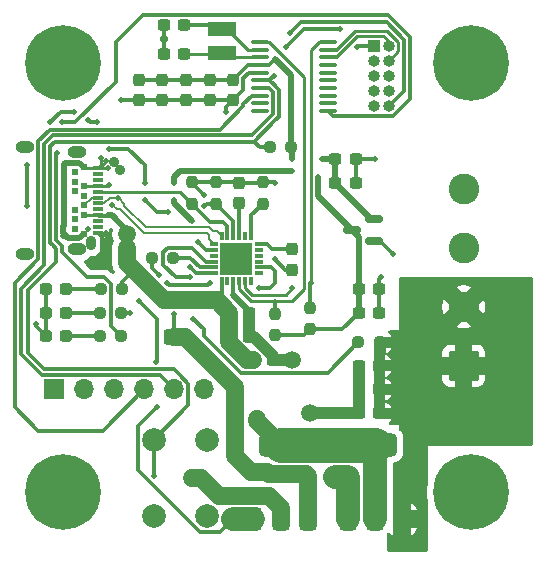
<source format=gbr>
%TF.GenerationSoftware,KiCad,Pcbnew,9.0.0*%
%TF.CreationDate,2025-07-24T15:18:36-04:00*%
%TF.ProjectId,USB_C_Simple_Trig,5553425f-435f-4536-996d-706c655f5472,rev?*%
%TF.SameCoordinates,Original*%
%TF.FileFunction,Copper,L1,Top*%
%TF.FilePolarity,Positive*%
%FSLAX46Y46*%
G04 Gerber Fmt 4.6, Leading zero omitted, Abs format (unit mm)*
G04 Created by KiCad (PCBNEW 9.0.0) date 2025-07-24 15:18:36*
%MOMM*%
%LPD*%
G01*
G04 APERTURE LIST*
G04 Aperture macros list*
%AMRoundRect*
0 Rectangle with rounded corners*
0 $1 Rounding radius*
0 $2 $3 $4 $5 $6 $7 $8 $9 X,Y pos of 4 corners*
0 Add a 4 corners polygon primitive as box body*
4,1,4,$2,$3,$4,$5,$6,$7,$8,$9,$2,$3,0*
0 Add four circle primitives for the rounded corners*
1,1,$1+$1,$2,$3*
1,1,$1+$1,$4,$5*
1,1,$1+$1,$6,$7*
1,1,$1+$1,$8,$9*
0 Add four rect primitives between the rounded corners*
20,1,$1+$1,$2,$3,$4,$5,0*
20,1,$1+$1,$4,$5,$6,$7,0*
20,1,$1+$1,$6,$7,$8,$9,0*
20,1,$1+$1,$8,$9,$2,$3,0*%
G04 Aperture macros list end*
%TA.AperFunction,SMDPad,CuDef*%
%ADD10RoundRect,0.237500X-0.287500X-0.237500X0.287500X-0.237500X0.287500X0.237500X-0.287500X0.237500X0*%
%TD*%
%TA.AperFunction,SMDPad,CuDef*%
%ADD11RoundRect,0.237500X-0.250000X-0.237500X0.250000X-0.237500X0.250000X0.237500X-0.250000X0.237500X0*%
%TD*%
%TA.AperFunction,SMDPad,CuDef*%
%ADD12RoundRect,0.237500X-0.300000X-0.237500X0.300000X-0.237500X0.300000X0.237500X-0.300000X0.237500X0*%
%TD*%
%TA.AperFunction,ComponentPad*%
%ADD13R,1.000000X1.000000*%
%TD*%
%TA.AperFunction,ComponentPad*%
%ADD14O,1.000000X1.000000*%
%TD*%
%TA.AperFunction,SMDPad,CuDef*%
%ADD15RoundRect,0.237500X0.300000X0.237500X-0.300000X0.237500X-0.300000X-0.237500X0.300000X-0.237500X0*%
%TD*%
%TA.AperFunction,SMDPad,CuDef*%
%ADD16RoundRect,0.237500X0.250000X0.237500X-0.250000X0.237500X-0.250000X-0.237500X0.250000X-0.237500X0*%
%TD*%
%TA.AperFunction,ComponentPad*%
%ADD17C,6.400000*%
%TD*%
%TA.AperFunction,SMDPad,CuDef*%
%ADD18RoundRect,0.375000X0.375000X-0.625000X0.375000X0.625000X-0.375000X0.625000X-0.375000X-0.625000X0*%
%TD*%
%TA.AperFunction,SMDPad,CuDef*%
%ADD19RoundRect,0.500000X1.400000X-0.500000X1.400000X0.500000X-1.400000X0.500000X-1.400000X-0.500000X0*%
%TD*%
%TA.AperFunction,SMDPad,CuDef*%
%ADD20RoundRect,0.237500X-0.237500X0.300000X-0.237500X-0.300000X0.237500X-0.300000X0.237500X0.300000X0*%
%TD*%
%TA.AperFunction,ComponentPad*%
%ADD21C,2.000000*%
%TD*%
%TA.AperFunction,ComponentPad*%
%ADD22O,1.600200X1.016000*%
%TD*%
%TA.AperFunction,ComponentPad*%
%ADD23O,0.914400X1.193800*%
%TD*%
%TA.AperFunction,SMDPad,CuDef*%
%ADD24R,0.889000X0.304800*%
%TD*%
%TA.AperFunction,ComponentPad*%
%ADD25C,0.609600*%
%TD*%
%TA.AperFunction,ComponentPad*%
%ADD26RoundRect,0.250000X1.050000X-1.050000X1.050000X1.050000X-1.050000X1.050000X-1.050000X-1.050000X0*%
%TD*%
%TA.AperFunction,ComponentPad*%
%ADD27C,2.600000*%
%TD*%
%TA.AperFunction,SMDPad,CuDef*%
%ADD28RoundRect,0.100000X-0.637500X-0.100000X0.637500X-0.100000X0.637500X0.100000X-0.637500X0.100000X0*%
%TD*%
%TA.AperFunction,SMDPad,CuDef*%
%ADD29RoundRect,0.237500X0.237500X-0.250000X0.237500X0.250000X-0.237500X0.250000X-0.237500X-0.250000X0*%
%TD*%
%TA.AperFunction,ComponentPad*%
%ADD30R,1.700000X1.700000*%
%TD*%
%TA.AperFunction,ComponentPad*%
%ADD31O,1.700000X1.700000*%
%TD*%
%TA.AperFunction,SMDPad,CuDef*%
%ADD32RoundRect,0.237500X-0.237500X0.250000X-0.237500X-0.250000X0.237500X-0.250000X0.237500X0.250000X0*%
%TD*%
%TA.AperFunction,SMDPad,CuDef*%
%ADD33RoundRect,0.237500X0.237500X-0.300000X0.237500X0.300000X-0.237500X0.300000X-0.237500X-0.300000X0*%
%TD*%
%TA.AperFunction,SMDPad,CuDef*%
%ADD34R,2.387600X1.193800*%
%TD*%
%TA.AperFunction,SMDPad,CuDef*%
%ADD35RoundRect,0.250000X-0.625000X0.400000X-0.625000X-0.400000X0.625000X-0.400000X0.625000X0.400000X0*%
%TD*%
%TA.AperFunction,SMDPad,CuDef*%
%ADD36R,0.300000X0.750000*%
%TD*%
%TA.AperFunction,SMDPad,CuDef*%
%ADD37R,0.750000X0.300000*%
%TD*%
%TA.AperFunction,SMDPad,CuDef*%
%ADD38R,2.700000X2.700000*%
%TD*%
%TA.AperFunction,SMDPad,CuDef*%
%ADD39RoundRect,0.150000X0.587500X0.150000X-0.587500X0.150000X-0.587500X-0.150000X0.587500X-0.150000X0*%
%TD*%
%TA.AperFunction,ViaPad*%
%ADD40C,0.500000*%
%TD*%
%TA.AperFunction,ViaPad*%
%ADD41C,1.500000*%
%TD*%
%TA.AperFunction,ViaPad*%
%ADD42C,0.900000*%
%TD*%
%TA.AperFunction,ViaPad*%
%ADD43C,0.700000*%
%TD*%
%TA.AperFunction,Conductor*%
%ADD44C,0.300000*%
%TD*%
%TA.AperFunction,Conductor*%
%ADD45C,0.254000*%
%TD*%
%TA.AperFunction,Conductor*%
%ADD46C,0.500000*%
%TD*%
%TA.AperFunction,Conductor*%
%ADD47C,1.000000*%
%TD*%
%TA.AperFunction,Conductor*%
%ADD48C,0.550000*%
%TD*%
%TA.AperFunction,Conductor*%
%ADD49C,1.500000*%
%TD*%
%TA.AperFunction,Conductor*%
%ADD50C,2.000000*%
%TD*%
%TA.AperFunction,Conductor*%
%ADD51C,3.000000*%
%TD*%
%TA.AperFunction,Conductor*%
%ADD52C,0.200000*%
%TD*%
%TA.AperFunction,Conductor*%
%ADD53C,0.150000*%
%TD*%
G04 APERTURE END LIST*
D10*
%TO.P,D2,1,K*%
%TO.N,GND*%
X121625000Y-108500000D03*
%TO.P,D2,2,A*%
%TO.N,Net-(D2-A)*%
X123375000Y-108500000D03*
%TD*%
D11*
%TO.P,R9,1*%
%TO.N,Net-(D3-A)*%
X126175000Y-112500000D03*
%TO.P,R9,2*%
%TO.N,/MCU/STATUS_LED*%
X128000000Y-112500000D03*
%TD*%
D12*
%TO.P,C4,1*%
%TO.N,VBUS*%
X139137500Y-114500000D03*
%TO.P,C4,2*%
%TO.N,GND*%
X140862500Y-114500000D03*
%TD*%
%TO.P,C2,1*%
%TO.N,VBUS*%
X137137500Y-110500000D03*
%TO.P,C2,2*%
%TO.N,GND*%
X138862500Y-110500000D03*
%TD*%
D13*
%TO.P,J4,1,VTref*%
%TO.N,+3V3*%
X149375000Y-87920000D03*
D14*
%TO.P,J4,2,SWDIO/TMS*%
%TO.N,/MCU/SWDIO*%
X150645000Y-87920000D03*
%TO.P,J4,3,GND*%
%TO.N,GND*%
X149375000Y-89190000D03*
%TO.P,J4,4,SWCLK/TCK*%
%TO.N,/MCU/SWCLK*%
X150645000Y-89190000D03*
%TO.P,J4,5,GND*%
%TO.N,GND*%
X149375000Y-90460000D03*
%TO.P,J4,6,SWO/TDO*%
%TO.N,unconnected-(J4-SWO{slash}TDO-Pad6)*%
X150645000Y-90460000D03*
%TO.P,J4,7,KEY*%
%TO.N,unconnected-(J4-KEY-Pad7)*%
X149375000Y-91730000D03*
%TO.P,J4,8,NC/TDI*%
%TO.N,unconnected-(J4-NC{slash}TDI-Pad8)*%
X150645000Y-91730000D03*
%TO.P,J4,9,GNDDetect*%
%TO.N,GND*%
X149375000Y-93000000D03*
%TO.P,J4,10,~{RESET}*%
%TO.N,/MCU/NRST*%
X150645000Y-93000000D03*
%TD*%
D15*
%TO.P,C9,1*%
%TO.N,VOUT*%
X149862500Y-117000000D03*
%TO.P,C9,2*%
%TO.N,GND*%
X148137500Y-117000000D03*
%TD*%
D16*
%TO.P,R2,1*%
%TO.N,VBUS*%
X128087500Y-108500000D03*
%TO.P,R2,2*%
%TO.N,Net-(D2-A)*%
X126262500Y-108500000D03*
%TD*%
D17*
%TO.P,H4,1,1*%
%TO.N,GND*%
X123100000Y-125700000D03*
%TD*%
D18*
%TO.P,Q2,1,D*%
%TO.N,Net-(Q1-D)*%
X149500000Y-128000000D03*
D19*
X149500000Y-121700000D03*
D18*
%TO.P,Q2,2,G*%
%TO.N,Net-(Q1-G)*%
X147200000Y-128000000D03*
%TO.P,Q2,3,S*%
%TO.N,VOUT*%
X151800000Y-128000000D03*
%TD*%
D20*
%TO.P,C21,1*%
%TO.N,+3V3*%
X137500000Y-90762500D03*
%TO.P,C21,2*%
%TO.N,GND*%
X137500000Y-92487500D03*
%TD*%
D21*
%TO.P,SW1,1,1*%
%TO.N,GND*%
X135250000Y-121250000D03*
X135250000Y-127750000D03*
%TO.P,SW1,2,2*%
%TO.N,/MCU/NRST*%
X130750000Y-121250000D03*
X130750000Y-127750000D03*
%TD*%
D11*
%TO.P,R12,1*%
%TO.N,Net-(Q1-G)*%
X130587500Y-105850000D03*
%TO.P,R12,2*%
%TO.N,/USB_C_IC/PWR_EN*%
X132412500Y-105850000D03*
%TD*%
D22*
%TO.P,J1,25*%
%TO.N,N/C*%
X124247400Y-96876201D03*
%TO.P,J1,26*%
X119847400Y-96516199D03*
%TO.P,J1,27*%
X124247400Y-105136199D03*
%TO.P,J1,28*%
X119847400Y-105496201D03*
D23*
%TO.P,J1,29*%
X125487400Y-104606200D03*
D24*
%TO.P,J1,A1,GND*%
%TO.N,GND*%
X126052400Y-98255507D03*
%TO.P,J1,A2,TX1+*%
%TO.N,unconnected-(J1-TX1+-PadA2)*%
X126052400Y-98755633D03*
%TO.P,J1,A3,TX1-*%
%TO.N,unconnected-(J1-TX1--PadA3)*%
X126052400Y-99255759D03*
%TO.P,J1,A4,VBUS*%
%TO.N,VBUS*%
X126052400Y-99755885D03*
%TO.P,J1,A5,CC1*%
%TO.N,/USB_C_IC/CC1*%
X126052400Y-100256011D03*
%TO.P,J1,A6,D+*%
%TO.N,/USB_C_IC/data_+*%
X126052400Y-100756137D03*
%TO.P,J1,A7,D-*%
%TO.N,/USB_C_IC/data_-*%
X126052400Y-101256263D03*
%TO.P,J1,A8,SBU1*%
%TO.N,unconnected-(J1-SBU1-PadA8)*%
X126052400Y-101756389D03*
%TO.P,J1,A9,VBUS*%
%TO.N,VBUS*%
X126052400Y-102256515D03*
%TO.P,J1,A10,RX2-*%
%TO.N,unconnected-(J1-RX2--PadA10)*%
X126052400Y-102756641D03*
%TO.P,J1,A11,RX2+*%
%TO.N,unconnected-(J1-RX2+-PadA11)*%
X126052400Y-103256767D03*
%TO.P,J1,A12,GND*%
%TO.N,GND*%
X126052400Y-103756893D03*
D25*
%TO.P,J1,B1,GND*%
X124837400Y-103806393D03*
%TO.P,J1,B2,TX2+*%
%TO.N,unconnected-(J1-TX2+-PadB2)*%
X124137400Y-103406267D03*
%TO.P,J1,B3,TX2-*%
%TO.N,unconnected-(J1-TX2--PadB3)*%
X124137400Y-102606141D03*
%TO.P,J1,B4,VBUS*%
%TO.N,VBUS*%
X124837400Y-102206015D03*
%TO.P,J1,B5,CC2*%
%TO.N,/USB_C_IC/CC2*%
X124137400Y-101781389D03*
%TO.P,J1,B6,D+*%
%TO.N,/USB_C_IC/data_+*%
X124837400Y-101418763D03*
%TO.P,J1,B7,D-*%
%TO.N,/USB_C_IC/data_-*%
X124837400Y-100618637D03*
%TO.P,J1,B8,SBU2*%
%TO.N,unconnected-(J1-SBU2-PadB8)*%
X124137400Y-100181011D03*
%TO.P,J1,B9,VBUS*%
%TO.N,VBUS*%
X124837400Y-99806385D03*
%TO.P,J1,B10,RX1-*%
%TO.N,unconnected-(J1-RX1--PadB10)*%
X124137400Y-99406259D03*
%TO.P,J1,B11,RX1+*%
%TO.N,unconnected-(J1-RX1+-PadB11)*%
X124137400Y-98606133D03*
%TO.P,J1,B12,GND*%
%TO.N,GND*%
X124837400Y-98206007D03*
%TD*%
D17*
%TO.P,H3,1,1*%
%TO.N,GND*%
X123100000Y-89400000D03*
%TD*%
D12*
%TO.P,C6,1*%
%TO.N,+5V*%
X148137500Y-110500000D03*
%TO.P,C6,2*%
%TO.N,GND*%
X149862500Y-110500000D03*
%TD*%
D26*
%TO.P,J2,1,Pin_1*%
%TO.N,VOUT*%
X157000000Y-115000000D03*
D27*
%TO.P,J2,2,Pin_2*%
X157000000Y-110000000D03*
%TO.P,J2,3,Pin_3*%
%TO.N,GND*%
X157000000Y-105000000D03*
%TO.P,J2,4,Pin_4*%
X157000000Y-100000000D03*
%TD*%
D28*
%TO.P,U5,1,PB7*%
%TO.N,/MCU/I2C_SDA*%
X139775000Y-87575000D03*
%TO.P,U5,2,PC14*%
%TO.N,/MCU/OSC_IN*%
X139775000Y-88225000D03*
%TO.P,U5,3,PC15*%
%TO.N,/MCU/OSC_OUT*%
X139775000Y-88875000D03*
%TO.P,U5,4,VDD*%
%TO.N,+3V3*%
X139775000Y-89525000D03*
%TO.P,U5,5,VSS*%
%TO.N,GND*%
X139775000Y-90175000D03*
%TO.P,U5,6,PF2*%
%TO.N,/MCU/NRST*%
X139775000Y-90825000D03*
%TO.P,U5,7,PA0*%
%TO.N,/MCU/UART_TX*%
X139775000Y-91475000D03*
%TO.P,U5,8,PA1*%
%TO.N,/MCU/UART_RX*%
X139775000Y-92125000D03*
%TO.P,U5,9,PA2*%
%TO.N,unconnected-(U5-PA2-Pad9)*%
X139775000Y-92775000D03*
%TO.P,U5,10,PA3*%
%TO.N,unconnected-(U5-PA3-Pad10)*%
X139775000Y-93425000D03*
%TO.P,U5,11,PA4*%
%TO.N,/MCU/STATUS_LED*%
X145500000Y-93425000D03*
%TO.P,U5,12,PA5*%
%TO.N,unconnected-(U5-PA5-Pad12)*%
X145500000Y-92775000D03*
%TO.P,U5,13,PA6*%
%TO.N,unconnected-(U5-PA6-Pad13)*%
X145500000Y-92125000D03*
%TO.P,U5,14,PA7*%
%TO.N,unconnected-(U5-PA7-Pad14)*%
X145500000Y-91475000D03*
%TO.P,U5,15,PA8*%
%TO.N,unconnected-(U5-PA8-Pad15)*%
X145500000Y-90825000D03*
%TO.P,U5,16,PA9/PA11*%
%TO.N,unconnected-(U5-PA9{slash}PA11-Pad16)*%
X145500000Y-90175000D03*
%TO.P,U5,17,PA10/PA12*%
%TO.N,unconnected-(U5-PA10{slash}PA12-Pad17)*%
X145500000Y-89525000D03*
%TO.P,U5,18,PA13*%
%TO.N,/MCU/SWDIO*%
X145500000Y-88875000D03*
%TO.P,U5,19,PA14*%
%TO.N,/MCU/SWCLK*%
X145500000Y-88225000D03*
%TO.P,U5,20,PB6*%
%TO.N,/MCU/I2C_SCL*%
X145500000Y-87575000D03*
%TD*%
D29*
%TO.P,R11,1*%
%TO.N,+5V*%
X141000000Y-112412500D03*
%TO.P,R11,2*%
%TO.N,/MCU/I2C_SDA*%
X141000000Y-110587500D03*
%TD*%
D12*
%TO.P,C3,1*%
%TO.N,VBUS*%
X137137500Y-112520000D03*
%TO.P,C3,2*%
%TO.N,GND*%
X138862500Y-112520000D03*
%TD*%
D18*
%TO.P,Q1,1,D*%
%TO.N,Net-(Q1-D)*%
X141500000Y-128000000D03*
D19*
X141500000Y-121700000D03*
D18*
%TO.P,Q1,2,G*%
%TO.N,Net-(Q1-G)*%
X139200000Y-128000000D03*
%TO.P,Q1,3,S*%
%TO.N,Net-(IC1-VCC)*%
X143800000Y-128000000D03*
%TD*%
D30*
%TO.P,J3,1,Pin_1*%
%TO.N,GND*%
X122340000Y-117000000D03*
D31*
%TO.P,J3,2,Pin_2*%
%TO.N,unconnected-(J3-Pin_2-Pad2)*%
X124880000Y-117000000D03*
%TO.P,J3,3,Pin_3*%
%TO.N,unconnected-(J3-Pin_3-Pad3)*%
X127420000Y-117000000D03*
%TO.P,J3,4,Pin_4*%
%TO.N,/MCU/UART_RX*%
X129960000Y-117000000D03*
%TO.P,J3,5,Pin_5*%
%TO.N,/MCU/UART_TX*%
X132500000Y-117000000D03*
%TO.P,J3,6,Pin_6*%
%TO.N,unconnected-(J3-Pin_6-Pad6)*%
X135040000Y-117000000D03*
%TD*%
D32*
%TO.P,R5,1*%
%TO.N,GND*%
X134000000Y-99437500D03*
%TO.P,R5,2*%
%TO.N,/USB_C_IC/CC1*%
X134000000Y-101262500D03*
%TD*%
D20*
%TO.P,C19,1*%
%TO.N,+3V3*%
X133500000Y-90762500D03*
%TO.P,C19,2*%
%TO.N,GND*%
X133500000Y-92487500D03*
%TD*%
D15*
%TO.P,C10,1*%
%TO.N,VOUT*%
X149862500Y-115000000D03*
%TO.P,C10,2*%
%TO.N,GND*%
X148137500Y-115000000D03*
%TD*%
D20*
%TO.P,C20,1*%
%TO.N,+3V3*%
X135500000Y-90762500D03*
%TO.P,C20,2*%
%TO.N,GND*%
X135500000Y-92487500D03*
%TD*%
%TO.P,C7,1*%
%TO.N,+1V8*%
X142500000Y-105137500D03*
%TO.P,C7,2*%
%TO.N,GND*%
X142500000Y-106862500D03*
%TD*%
D12*
%TO.P,C22,1*%
%TO.N,GND*%
X131637500Y-86125000D03*
%TO.P,C22,2*%
%TO.N,/MCU/OSC_IN*%
X133362500Y-86125000D03*
%TD*%
D33*
%TO.P,C1,1*%
%TO.N,Net-(IC1-IFB)*%
X138000000Y-101212500D03*
%TO.P,C1,2*%
%TO.N,GND*%
X138000000Y-99487500D03*
%TD*%
D12*
%TO.P,C25,1*%
%TO.N,+3V3*%
X146137500Y-97490000D03*
%TO.P,C25,2*%
%TO.N,GND*%
X147862500Y-97490000D03*
%TD*%
D29*
%TO.P,R6,1*%
%TO.N,Net-(IC1-OTP)*%
X140000000Y-101262500D03*
%TO.P,R6,2*%
%TO.N,GND*%
X140000000Y-99437500D03*
%TD*%
D12*
%TO.P,C23,1*%
%TO.N,GND*%
X131637500Y-88625000D03*
%TO.P,C23,2*%
%TO.N,/MCU/OSC_OUT*%
X133362500Y-88625000D03*
%TD*%
D10*
%TO.P,D1,1,K*%
%TO.N,GND*%
X121625000Y-110500000D03*
%TO.P,D1,2,A*%
%TO.N,Net-(D1-A)*%
X123375000Y-110500000D03*
%TD*%
D20*
%TO.P,C17,1*%
%TO.N,+3V3*%
X129500000Y-90762500D03*
%TO.P,C17,2*%
%TO.N,GND*%
X129500000Y-92487500D03*
%TD*%
D17*
%TO.P,H1,1,1*%
%TO.N,GND*%
X157600000Y-89400000D03*
%TD*%
%TO.P,H2,1,1*%
%TO.N,GND*%
X157600000Y-125700000D03*
%TD*%
D32*
%TO.P,R4,1*%
%TO.N,GND*%
X136000000Y-99437500D03*
%TO.P,R4,2*%
%TO.N,/USB_C_IC/CC2*%
X136000000Y-101262500D03*
%TD*%
D29*
%TO.P,R10,1*%
%TO.N,+5V*%
X144000000Y-111912500D03*
%TO.P,R10,2*%
%TO.N,/MCU/I2C_SCL*%
X144000000Y-110087500D03*
%TD*%
D20*
%TO.P,C18,1*%
%TO.N,+3V3*%
X131500000Y-90762500D03*
%TO.P,C18,2*%
%TO.N,GND*%
X131500000Y-92487500D03*
%TD*%
D12*
%TO.P,C5,1*%
%TO.N,+5V*%
X148137500Y-108500000D03*
%TO.P,C5,2*%
%TO.N,GND*%
X149862500Y-108500000D03*
%TD*%
D10*
%TO.P,D3,1,K*%
%TO.N,GND*%
X121625000Y-112500000D03*
%TO.P,D3,2,A*%
%TO.N,Net-(D3-A)*%
X123375000Y-112500000D03*
%TD*%
D34*
%TO.P,Y1,1,1*%
%TO.N,/MCU/OSC_OUT*%
X136500000Y-88503300D03*
%TO.P,Y1,2,2*%
%TO.N,/MCU/OSC_IN*%
X136500000Y-86496700D03*
%TD*%
D11*
%TO.P,R1,1*%
%TO.N,Net-(D1-A)*%
X126175000Y-110500000D03*
%TO.P,R1,2*%
%TO.N,Net-(IC1-LED)*%
X128000000Y-110500000D03*
%TD*%
D35*
%TO.P,R3,1*%
%TO.N,VBUS*%
X132500000Y-109450000D03*
%TO.P,R3,2*%
%TO.N,Net-(IC1-VCC)*%
X132500000Y-112550000D03*
%TD*%
D15*
%TO.P,C8,1*%
%TO.N,VOUT*%
X149862500Y-119020000D03*
%TO.P,C8,2*%
%TO.N,GND*%
X148137500Y-119020000D03*
%TD*%
D12*
%TO.P,C24,1*%
%TO.N,+3V3*%
X146137500Y-99500000D03*
%TO.P,C24,2*%
%TO.N,GND*%
X147862500Y-99500000D03*
%TD*%
D36*
%TO.P,IC1,1,ISENP*%
%TO.N,VBUS*%
X136500000Y-107850000D03*
%TO.P,IC1,2,NC_1*%
%TO.N,unconnected-(IC1-NC_1-Pad2)*%
X137000000Y-107850000D03*
%TO.P,IC1,3,GND_1*%
%TO.N,GND*%
X137500000Y-107850000D03*
%TO.P,IC1,4,SDA*%
%TO.N,/MCU/I2C_SDA*%
X138000000Y-107850000D03*
%TO.P,IC1,5,SCL*%
%TO.N,/MCU/I2C_SCL*%
X138500000Y-107850000D03*
%TO.P,IC1,6,FLIP*%
%TO.N,unconnected-(IC1-FLIP-Pad6)*%
X139000000Y-107850000D03*
D37*
%TO.P,IC1,7,NC_2*%
%TO.N,unconnected-(IC1-NC_2-Pad7)*%
X139675000Y-107175000D03*
%TO.P,IC1,8,LED*%
%TO.N,Net-(IC1-LED)*%
X139675000Y-106675000D03*
%TO.P,IC1,9,INT*%
%TO.N,unconnected-(IC1-INT-Pad9)*%
X139675000Y-106175000D03*
%TO.P,IC1,10,NC_3*%
%TO.N,unconnected-(IC1-NC_3-Pad10)*%
X139675000Y-105675000D03*
%TO.P,IC1,11,NC_4*%
%TO.N,unconnected-(IC1-NC_4-Pad11)*%
X139675000Y-105175000D03*
%TO.P,IC1,12,V18*%
%TO.N,+1V8*%
X139675000Y-104675000D03*
D36*
%TO.P,IC1,13,OTP*%
%TO.N,Net-(IC1-OTP)*%
X139000000Y-104000000D03*
%TO.P,IC1,14,NC_5*%
%TO.N,unconnected-(IC1-NC_5-Pad14)*%
X138500000Y-104000000D03*
%TO.P,IC1,15,IFB*%
%TO.N,Net-(IC1-IFB)*%
X138000000Y-104000000D03*
%TO.P,IC1,16,CC2*%
%TO.N,/USB_C_IC/CC2*%
X137500000Y-104000000D03*
%TO.P,IC1,17,CC1*%
%TO.N,/USB_C_IC/CC1*%
X137000000Y-104000000D03*
%TO.P,IC1,18,DN*%
%TO.N,/USB_C_IC/data_-*%
X136500000Y-104000000D03*
D37*
%TO.P,IC1,19,DP*%
%TO.N,/USB_C_IC/data_+*%
X135825000Y-104675000D03*
%TO.P,IC1,20,V5V*%
%TO.N,+5V*%
X135825000Y-105175000D03*
%TO.P,IC1,21,NC_6*%
%TO.N,unconnected-(IC1-NC_6-Pad21)*%
X135825000Y-105675000D03*
%TO.P,IC1,22,VOUT*%
%TO.N,Net-(IC1-VOUT)*%
X135825000Y-106175000D03*
%TO.P,IC1,23,PWR_EN*%
%TO.N,/USB_C_IC/PWR_EN*%
X135825000Y-106675000D03*
%TO.P,IC1,24,VCC*%
%TO.N,Net-(IC1-VCC)*%
X135825000Y-107175000D03*
D38*
%TO.P,IC1,25,GND_2*%
%TO.N,GND*%
X137750000Y-105925000D03*
%TD*%
D16*
%TO.P,R8,1*%
%TO.N,+3V3*%
X142412500Y-96500000D03*
%TO.P,R8,2*%
%TO.N,/MCU/NRST*%
X140587500Y-96500000D03*
%TD*%
D11*
%TO.P,R7,1*%
%TO.N,Net-(IC1-VOUT)*%
X148087500Y-113000000D03*
%TO.P,R7,2*%
%TO.N,VOUT*%
X149912500Y-113000000D03*
%TD*%
D39*
%TO.P,U10,1,GND*%
%TO.N,GND*%
X149437500Y-104450000D03*
%TO.P,U10,2,VO*%
%TO.N,+3V3*%
X149437500Y-102550000D03*
%TO.P,U10,3,VI*%
%TO.N,+5V*%
X147562500Y-103500000D03*
%TD*%
D40*
%TO.N,GND*%
X126850000Y-98250000D03*
X125157898Y-103400000D03*
X150000000Y-107500000D03*
X126750000Y-97700000D03*
X126650000Y-105550000D03*
X141000000Y-99500000D03*
X123103000Y-104024270D03*
X151000000Y-105500000D03*
X127000000Y-104200000D03*
X136900000Y-93500000D03*
X123103000Y-103200000D03*
X126729529Y-103794375D03*
X120753000Y-111500000D03*
X137500000Y-109000000D03*
X137750000Y-105925000D03*
X123150000Y-97950000D03*
X128000000Y-92500000D03*
X125400000Y-106200000D03*
X141000000Y-106000000D03*
X126317576Y-97399866D03*
X123150000Y-98950000D03*
X149500000Y-97500000D03*
X126900000Y-104750000D03*
X135000000Y-100500000D03*
%TO.N,VBUS*%
X126946902Y-99679011D03*
%TO.N,+5V*%
X132500000Y-99500000D03*
X132500000Y-101000000D03*
X142500000Y-98500000D03*
X134500000Y-104500000D03*
X144654000Y-99000000D03*
X134000000Y-102725000D03*
%TO.N,+3V3*%
X142500000Y-97500000D03*
X142000000Y-88000000D03*
X145000000Y-97500000D03*
X148000000Y-88000000D03*
X146500000Y-86500000D03*
X141000000Y-89000000D03*
%TO.N,/MCU/STATUS_LED*%
X123000000Y-94400000D03*
X122602000Y-97000000D03*
%TO.N,Net-(IC1-LED)*%
X135500000Y-108000000D03*
X139689468Y-108423000D03*
X128750000Y-110500000D03*
X131900000Y-108000000D03*
%TO.N,Net-(IC1-VOUT)*%
X134100000Y-111000000D03*
X133825735Y-107522794D03*
%TO.N,/MCU/NRST*%
X142325735Y-86825735D03*
X130800000Y-124300000D03*
X140943236Y-90423265D03*
%TO.N,/MCU/I2C_SCL*%
X142500000Y-108423000D03*
X144077000Y-108000000D03*
%TO.N,Net-(Q1-G)*%
X131186029Y-107313971D03*
X131000000Y-118500000D03*
X129500000Y-109500000D03*
X130989381Y-114698000D03*
%TO.N,Net-(IC1-VCC)*%
X133825735Y-106674265D03*
X132500000Y-110650000D03*
%TO.N,/USB_C_IC/CC2*%
X125185202Y-94185201D03*
X126000000Y-94400000D03*
X122000000Y-94400000D03*
X130000000Y-101000000D03*
X132000000Y-102000000D03*
X135043015Y-101456985D03*
X120000000Y-98000000D03*
X124000000Y-93500000D03*
X127000000Y-96617201D03*
X130000000Y-99500000D03*
X120000000Y-101500000D03*
%TO.N,/USB_C_IC/data_-*%
X127774626Y-100833011D03*
%TO.N,/USB_C_IC/data_+*%
X127269003Y-101343698D03*
D41*
%TO.N,GND*%
X144000000Y-119000000D03*
D42*
X127400000Y-97750000D03*
D41*
X142500000Y-114500000D03*
D43*
X131637500Y-87350000D03*
D42*
X127900000Y-98400000D03*
D41*
%TO.N,VBUS*%
X128500000Y-105000000D03*
X128500000Y-103850000D03*
%TO.N,Net-(Q1-D)*%
X139500000Y-119500000D03*
X134000000Y-124500000D03*
%TO.N,Net-(Q1-G)*%
X146099000Y-124401000D03*
X137500000Y-128000000D03*
%TD*%
D44*
%TO.N,/MCU/UART_RX*%
X126460000Y-120500000D02*
X129960000Y-117000000D01*
X121000000Y-120500000D02*
X126460000Y-120500000D01*
X119000000Y-118500000D02*
X121000000Y-120500000D01*
X119000000Y-108000000D02*
X119000000Y-118500000D01*
X121000000Y-96000000D02*
X121000000Y-106000000D01*
X136363846Y-95000000D02*
X122000000Y-95000000D01*
X138326000Y-93037846D02*
X136363846Y-95000000D01*
X122000000Y-95000000D02*
X121000000Y-96000000D01*
X121000000Y-106000000D02*
X119000000Y-108000000D01*
X138326000Y-92845918D02*
X138326000Y-93037846D01*
X139775000Y-92125000D02*
X139046918Y-92125000D01*
X139046918Y-92125000D02*
X138326000Y-92845918D01*
%TO.N,/MCU/UART_TX*%
X131299000Y-115799000D02*
X132500000Y-117000000D01*
X121299000Y-115799000D02*
X131299000Y-115799000D01*
X119500000Y-114000000D02*
X121299000Y-115799000D01*
X119500000Y-108500000D02*
X119500000Y-114000000D01*
X121501000Y-106499000D02*
X119500000Y-108500000D01*
X136571366Y-95501000D02*
X122207520Y-95501000D01*
X136572367Y-95500000D02*
X136571366Y-95501000D01*
X122207520Y-95501000D02*
X121501000Y-96207520D01*
X140863500Y-93714582D02*
X139078082Y-95500000D01*
X140863500Y-91826001D02*
X140863500Y-93714582D01*
X139078082Y-95500000D02*
X136572367Y-95500000D01*
X121501000Y-96207520D02*
X121501000Y-106499000D01*
X140512499Y-91475000D02*
X140863500Y-91826001D01*
X139775000Y-91475000D02*
X140512499Y-91475000D01*
%TO.N,/USB_C_IC/CC2*%
X130000000Y-98000000D02*
X128617201Y-96617201D01*
X128617201Y-96617201D02*
X127000000Y-96617201D01*
X130000000Y-99500000D02*
X130000000Y-98000000D01*
%TO.N,Net-(IC1-IFB)*%
X138000000Y-104000000D02*
X138000000Y-101212500D01*
D45*
%TO.N,GND*%
X126052400Y-103756893D02*
X126272600Y-103977093D01*
D44*
X149490000Y-97490000D02*
X149500000Y-97500000D01*
D46*
X138862500Y-110500000D02*
X138862500Y-110362500D01*
D45*
X126729529Y-103794375D02*
X126692047Y-103756893D01*
X126052400Y-103756893D02*
X126406893Y-103756893D01*
D44*
X131637500Y-86125000D02*
X131637500Y-87350000D01*
D47*
X146020000Y-119020000D02*
X148137500Y-119020000D01*
D45*
X126650000Y-105550000D02*
X126600000Y-105500000D01*
D44*
X149950000Y-104450000D02*
X151000000Y-105500000D01*
X134000000Y-99437500D02*
X136000000Y-99437500D01*
X134000000Y-99437500D02*
X134000000Y-99500000D01*
D46*
X123150000Y-103153000D02*
X123103000Y-103200000D01*
D44*
X129500000Y-92487500D02*
X131500000Y-92487500D01*
X140937500Y-99437500D02*
X141000000Y-99500000D01*
X129500000Y-92487500D02*
X128012500Y-92487500D01*
X147862500Y-97490000D02*
X149490000Y-97490000D01*
D46*
X123544105Y-104191163D02*
X123103000Y-103750058D01*
X123150000Y-98950000D02*
X123150000Y-103153000D01*
D45*
X127000000Y-104200000D02*
X127000000Y-104050000D01*
X126317576Y-97990331D02*
X126317576Y-97399866D01*
X126231587Y-103756893D02*
X126052400Y-103756893D01*
D44*
X131637500Y-87350000D02*
X131637500Y-88625000D01*
D45*
X126406893Y-103756893D02*
X126700000Y-104050000D01*
D44*
X120753000Y-111500000D02*
X120753000Y-111628000D01*
X121625000Y-110500000D02*
X121625000Y-112500000D01*
D46*
X124466594Y-97835201D02*
X124837400Y-98206007D01*
D44*
X136000000Y-99437500D02*
X137950000Y-99437500D01*
D45*
X126194493Y-98255507D02*
X126750000Y-97700000D01*
X127000000Y-104050000D02*
X126706893Y-103756893D01*
X126052400Y-98255507D02*
X126317576Y-97990331D01*
D47*
X144000000Y-119000000D02*
X146000000Y-119000000D01*
X146000000Y-119000000D02*
X146020000Y-119020000D01*
D45*
X126844493Y-98255507D02*
X126850000Y-98250000D01*
D47*
X140862500Y-114172976D02*
X139209524Y-112520000D01*
D45*
X126052400Y-98255507D02*
X126844493Y-98255507D01*
X126600000Y-105500000D02*
X126600000Y-105100000D01*
X126692047Y-103756893D02*
X126052400Y-103756893D01*
D47*
X140862500Y-114500000D02*
X140862500Y-114172976D01*
D44*
X141862500Y-106862500D02*
X141000000Y-106000000D01*
X136900000Y-93100000D02*
X137500000Y-92500000D01*
X139950000Y-99487500D02*
X140000000Y-99437500D01*
X149862500Y-108500000D02*
X149862500Y-110500000D01*
D45*
X126700000Y-104050000D02*
X126700000Y-104550000D01*
X126272600Y-103977093D02*
X126272600Y-105327400D01*
D44*
X137500000Y-92487500D02*
X135500000Y-92487500D01*
X131650000Y-88612500D02*
X131637500Y-88625000D01*
X138000000Y-99487500D02*
X139950000Y-99487500D01*
X131500000Y-92487500D02*
X133500000Y-92487500D01*
X137500000Y-107850000D02*
X137500000Y-109000000D01*
D45*
X126700000Y-104550000D02*
X126900000Y-104750000D01*
D44*
X137500000Y-92500000D02*
X137500000Y-92487500D01*
D45*
X126706893Y-103756893D02*
X126052400Y-103756893D01*
X124886900Y-98255507D02*
X124837400Y-98206007D01*
X126272600Y-105327400D02*
X125400000Y-106200000D01*
D44*
X147862500Y-97490000D02*
X147862500Y-99500000D01*
X149862500Y-108500000D02*
X149862500Y-107637500D01*
D46*
X138862500Y-110362500D02*
X137500000Y-109000000D01*
D44*
X133500000Y-92487500D02*
X135500000Y-92487500D01*
D46*
X124466594Y-104177199D02*
X123558069Y-104177199D01*
D44*
X149437500Y-104450000D02*
X149950000Y-104450000D01*
X120753000Y-111628000D02*
X121625000Y-112500000D01*
D46*
X124837400Y-103806393D02*
X124466594Y-104177199D01*
D44*
X134000000Y-99500000D02*
X135000000Y-100500000D01*
X142500000Y-106862500D02*
X141862500Y-106862500D01*
X136900000Y-93500000D02*
X136900000Y-93100000D01*
D45*
X126500000Y-105000000D02*
X126500000Y-104204493D01*
X126600000Y-105100000D02*
X126500000Y-105000000D01*
D44*
X149862500Y-107637500D02*
X150000000Y-107500000D01*
D45*
X126052400Y-98255507D02*
X124886900Y-98255507D01*
D44*
X139775000Y-90175000D02*
X138825000Y-90175000D01*
D46*
X123558069Y-104177199D02*
X123544105Y-104191163D01*
D47*
X138862500Y-112520000D02*
X138862500Y-110500000D01*
D44*
X128012500Y-92487500D02*
X128000000Y-92500000D01*
D46*
X123150000Y-97950000D02*
X123264799Y-97835201D01*
D45*
X126052400Y-98255507D02*
X126194493Y-98255507D01*
D44*
X138326000Y-91661500D02*
X137500000Y-92487500D01*
D46*
X123264799Y-97835201D02*
X124466594Y-97835201D01*
D47*
X140862500Y-114500000D02*
X142500000Y-114500000D01*
X148137500Y-115000000D02*
X148137500Y-117000000D01*
D44*
X137950000Y-99437500D02*
X138000000Y-99487500D01*
D45*
X126500000Y-104204493D02*
X126052400Y-103756893D01*
D46*
X123150000Y-97950000D02*
X123150000Y-98950000D01*
D47*
X148137500Y-117000000D02*
X148137500Y-119020000D01*
D44*
X138825000Y-90175000D02*
X138326000Y-90674000D01*
X140000000Y-99437500D02*
X140937500Y-99437500D01*
D46*
X123103000Y-103750058D02*
X123103000Y-103200000D01*
D47*
X139209524Y-112520000D02*
X138862500Y-112520000D01*
D44*
X121625000Y-108500000D02*
X121625000Y-110500000D01*
X138326000Y-90674000D02*
X138326000Y-91661500D01*
%TO.N,VBUS*%
X136500000Y-107850000D02*
X136500000Y-109037500D01*
D45*
X126946902Y-99682109D02*
X126873126Y-99755885D01*
X126072126Y-102276241D02*
X126823759Y-102276241D01*
X126052400Y-102256515D02*
X126072126Y-102236789D01*
X126052400Y-99755885D02*
X124887900Y-99755885D01*
X126873126Y-99755885D02*
X126052400Y-99755885D01*
D44*
X128087500Y-107912500D02*
X129087500Y-106912500D01*
D48*
X128500000Y-103850000D02*
X128500000Y-103557050D01*
D49*
X138617626Y-114500000D02*
X139137500Y-114500000D01*
D45*
X126052400Y-102256515D02*
X124887900Y-102256515D01*
D48*
X127192950Y-102250000D02*
X126850000Y-102250000D01*
D45*
X124887900Y-102256515D02*
X124837400Y-102206015D01*
D49*
X128500000Y-106325000D02*
X128500000Y-105000000D01*
X131625000Y-109450000D02*
X129087500Y-106912500D01*
X137137500Y-113019874D02*
X138617626Y-114500000D01*
D48*
X128500000Y-105000000D02*
X128500000Y-103850000D01*
D49*
X137137500Y-110500000D02*
X137137500Y-112520000D01*
D45*
X126072126Y-102236789D02*
X126600000Y-102236789D01*
D44*
X136500000Y-109037500D02*
X136087500Y-109450000D01*
X128087500Y-108500000D02*
X128087500Y-107912500D01*
D49*
X136087500Y-109450000D02*
X137137500Y-110500000D01*
X129087500Y-106912500D02*
X128500000Y-106325000D01*
D45*
X126052400Y-102256515D02*
X126072126Y-102276241D01*
D49*
X132500000Y-109450000D02*
X136087500Y-109450000D01*
D45*
X126823759Y-102276241D02*
X126850000Y-102250000D01*
X124887900Y-99755885D02*
X124837400Y-99806385D01*
D49*
X137137500Y-112520000D02*
X137137500Y-113019874D01*
X132500000Y-109450000D02*
X131625000Y-109450000D01*
D45*
X126946902Y-99679011D02*
X126946902Y-99682109D01*
D48*
X128500000Y-103557050D02*
X127192950Y-102250000D01*
D46*
%TO.N,+5V*%
X133000000Y-98500000D02*
X132500000Y-99000000D01*
X144654000Y-100591500D02*
X144654000Y-99000000D01*
X133994734Y-102725000D02*
X134000000Y-102725000D01*
D44*
X135825000Y-105175000D02*
X135175000Y-105175000D01*
X135175000Y-105175000D02*
X134500000Y-104500000D01*
D46*
X148137500Y-108500000D02*
X148137500Y-110500000D01*
X148137500Y-108500000D02*
X148137500Y-104075000D01*
X147562500Y-103500000D02*
X144654000Y-100591500D01*
X132500000Y-99000000D02*
X132500000Y-99500000D01*
X142500000Y-98500000D02*
X133000000Y-98500000D01*
D44*
X144000000Y-111912500D02*
X146725000Y-111912500D01*
X143500000Y-112412500D02*
X144000000Y-111912500D01*
D46*
X148137500Y-104075000D02*
X147562500Y-103500000D01*
X132500000Y-101000000D02*
X132500000Y-101230266D01*
D44*
X141000000Y-112412500D02*
X143500000Y-112412500D01*
X146725000Y-111912500D02*
X148137500Y-110500000D01*
D46*
X132500000Y-101230266D02*
X133994734Y-102725000D01*
D44*
%TO.N,+3V3*%
X133500000Y-90762500D02*
X131500000Y-90762500D01*
D46*
X149437500Y-102550000D02*
X149187500Y-102550000D01*
D44*
X137500000Y-90762500D02*
X135500000Y-90762500D01*
X146500000Y-86500000D02*
X143500000Y-86500000D01*
D46*
X142500000Y-97500000D02*
X142500000Y-96587500D01*
D44*
X143500000Y-86500000D02*
X142000000Y-88000000D01*
X129500000Y-90762500D02*
X131500000Y-90762500D01*
X141000000Y-89000000D02*
X141000000Y-89037499D01*
X141000000Y-89028082D02*
X140503082Y-89525000D01*
X140503082Y-89525000D02*
X139775000Y-89525000D01*
X139775000Y-89525000D02*
X138737500Y-89525000D01*
X149375000Y-87920000D02*
X148080000Y-87920000D01*
X148080000Y-87920000D02*
X148000000Y-88000000D01*
D46*
X145010000Y-97490000D02*
X145000000Y-97500000D01*
X146137500Y-97490000D02*
X145010000Y-97490000D01*
D44*
X135500000Y-90762500D02*
X133500000Y-90762500D01*
D46*
X142412500Y-90412500D02*
X141000000Y-89000000D01*
X142500000Y-96587500D02*
X142412500Y-96500000D01*
D44*
X138737500Y-89525000D02*
X137500000Y-90762500D01*
D46*
X142412500Y-96500000D02*
X142412500Y-90412500D01*
D44*
X141000000Y-89000000D02*
X141000000Y-89028082D01*
D46*
X149187500Y-102550000D02*
X146137500Y-99500000D01*
X146137500Y-99500000D02*
X146137500Y-97490000D01*
D45*
%TO.N,/MCU/OSC_IN*%
X136996700Y-86496700D02*
X136500000Y-86496700D01*
X139775000Y-88225000D02*
X138725000Y-88225000D01*
D44*
X136128300Y-86125000D02*
X136500000Y-86496700D01*
X133362500Y-86125000D02*
X136128300Y-86125000D01*
D45*
X138725000Y-88225000D02*
X136996700Y-86496700D01*
%TO.N,/MCU/OSC_OUT*%
X136500000Y-88503300D02*
X136003300Y-88503300D01*
X136003300Y-88503300D02*
X135881600Y-88625000D01*
X135881600Y-88625000D02*
X133362500Y-88625000D01*
X136871700Y-88875000D02*
X136500000Y-88503300D01*
X139775000Y-88875000D02*
X136871700Y-88875000D01*
D44*
%TO.N,Net-(D1-A)*%
X126175000Y-110500000D02*
X123375000Y-110500000D01*
%TO.N,Net-(D2-A)*%
X126262500Y-108500000D02*
X123375000Y-108500000D01*
%TO.N,/MCU/STATUS_LED*%
X127551000Y-87599057D02*
X127551000Y-90970873D01*
X122766217Y-104642656D02*
X123001000Y-104877438D01*
X124121873Y-94400000D02*
X123000000Y-94400000D01*
X123001000Y-105251000D02*
X123001000Y-105292481D01*
X145500000Y-93425000D02*
X145926000Y-93851000D01*
X122709521Y-104585960D02*
X122766217Y-104642656D01*
X152452000Y-92396496D02*
X152452000Y-87171517D01*
X126588846Y-107500000D02*
X127161500Y-108072654D01*
X145926000Y-93851000D02*
X150997496Y-93851000D01*
X150997496Y-93851000D02*
X152452000Y-92396496D01*
X123001000Y-104877438D02*
X123001000Y-104877439D01*
X129851057Y-85299000D02*
X127551000Y-87599057D01*
X125104292Y-107500000D02*
X126588846Y-107500000D01*
X150579483Y-85299000D02*
X129851057Y-85299000D01*
X127161500Y-108072654D02*
X127161500Y-111661500D01*
X123001000Y-105292481D02*
X123001000Y-105396708D01*
X122503000Y-97099000D02*
X122503000Y-104377438D01*
X122602000Y-97000000D02*
X122503000Y-97099000D01*
X122709521Y-104583958D02*
X122709521Y-104585960D01*
X152452000Y-87171517D02*
X150579483Y-85299000D01*
X127551000Y-90970873D02*
X124121873Y-94400000D01*
X123001000Y-104877440D02*
X123001000Y-105251000D01*
X123001000Y-105396708D02*
X125104292Y-107500000D01*
X122503000Y-104377438D02*
X122709521Y-104583958D01*
X123001000Y-104877439D02*
X123001000Y-104877440D01*
X127161500Y-111661500D02*
X128000000Y-112500000D01*
%TO.N,Net-(IC1-LED)*%
X140675000Y-106675000D02*
X141000000Y-107000000D01*
X139675000Y-106675000D02*
X140675000Y-106675000D01*
X140577000Y-108423000D02*
X139689468Y-108423000D01*
X135500000Y-108000000D02*
X135376206Y-108123794D01*
X128750000Y-110500000D02*
X128000000Y-110500000D01*
X132023794Y-108123794D02*
X131900000Y-108000000D01*
X141000000Y-107000000D02*
X141000000Y-108000000D01*
X141000000Y-108000000D02*
X140577000Y-108423000D01*
X135376206Y-108123794D02*
X132023794Y-108123794D01*
%TO.N,Net-(IC1-OTP)*%
X139000000Y-102262500D02*
X140000000Y-101262500D01*
X139000000Y-104000000D02*
X139000000Y-102262500D01*
%TO.N,Net-(IC1-VOUT)*%
X135000000Y-111900000D02*
X135000000Y-112439423D01*
X145486500Y-115601000D02*
X148087500Y-113000000D01*
X135000000Y-112439423D02*
X138161577Y-115601000D01*
X131574000Y-105362154D02*
X131936154Y-105000000D01*
X134000000Y-105000000D02*
X135175000Y-106175000D01*
X138161577Y-115601000D02*
X145486500Y-115601000D01*
X131936154Y-105000000D02*
X134000000Y-105000000D01*
X134100000Y-111000000D02*
X135000000Y-111900000D01*
X131574000Y-106426000D02*
X131574000Y-105362154D01*
X135175000Y-106175000D02*
X135825000Y-106175000D01*
%TO.N,/MCU/NRST*%
X141071020Y-94215582D02*
X139269401Y-96017201D01*
X140503082Y-90825000D02*
X139775000Y-90825000D01*
X151951000Y-87379037D02*
X150470963Y-85899000D01*
X139775000Y-90825000D02*
X140571019Y-90825000D01*
X120153000Y-108555521D02*
X120153000Y-113944480D01*
X122500000Y-105084960D02*
X122500000Y-105789480D01*
X122498000Y-105791480D02*
X122500000Y-105793480D01*
X122399839Y-96017201D02*
X122002000Y-96415040D01*
X140943236Y-90423265D02*
X140904817Y-90423265D01*
X141364500Y-92042939D02*
X141364500Y-92207061D01*
X140904817Y-90423265D02*
X140503082Y-90825000D01*
X141364500Y-91618480D02*
X141364500Y-91618481D01*
X143252470Y-85899000D02*
X142325735Y-86825735D01*
X140720020Y-90974000D02*
X141013499Y-91267479D01*
X130249950Y-115298000D02*
X130664992Y-115298000D01*
X131506521Y-115298000D02*
X132496471Y-115298000D01*
X139269401Y-96017201D02*
X122399839Y-96017201D01*
X122500000Y-105789480D02*
X122498000Y-105791480D01*
X141364500Y-91618481D02*
X141364500Y-91627897D01*
X131091480Y-115298000D02*
X131506521Y-115298000D01*
X120153000Y-113944480D02*
X121506520Y-115298000D01*
X122002000Y-104584960D02*
X122208521Y-104791480D01*
X141364500Y-92622103D02*
X141364500Y-93507062D01*
X150645000Y-93000000D02*
X151951000Y-91694000D01*
X141364500Y-92207061D02*
X141364500Y-92622103D01*
X122500000Y-106206520D02*
X122206521Y-106500000D01*
X151951000Y-91694000D02*
X151951000Y-87379037D01*
X139269401Y-96017201D02*
X139752200Y-96500000D01*
X140571019Y-90825000D02*
X140720019Y-90974000D01*
X132997471Y-115799000D02*
X133701000Y-116502529D01*
X141364500Y-93507062D02*
X141364500Y-93922102D01*
X141071021Y-91325001D02*
X141071020Y-91325001D01*
X130750000Y-121250000D02*
X130750000Y-124250000D01*
X150470963Y-85899000D02*
X143252470Y-85899000D01*
X141364500Y-91627897D02*
X141364500Y-92033521D01*
X141013499Y-91267480D02*
X141071021Y-91325001D01*
X141364500Y-93922102D02*
X141364500Y-93922103D01*
X141364500Y-92033521D02*
X141364500Y-92042939D01*
X133701000Y-117497471D02*
X133701000Y-118299000D01*
X122206521Y-104791480D02*
X122500000Y-105084960D01*
X133701000Y-116502529D02*
X133701000Y-117497471D01*
X122206521Y-106500000D02*
X122206520Y-106500000D01*
X139752200Y-96500000D02*
X140587500Y-96500000D01*
X133701000Y-118299000D02*
X130750000Y-121250000D01*
X130664992Y-115298000D02*
X131091480Y-115298000D01*
X141013499Y-91267479D02*
X141013499Y-91267480D01*
X141364500Y-93922103D02*
X141071020Y-94215582D01*
X122002000Y-96415040D02*
X122002000Y-104584960D01*
X122206520Y-106500000D02*
X120151000Y-108555521D01*
X129255008Y-115298000D02*
X129670050Y-115298000D01*
X141071021Y-91325001D02*
X141364500Y-91618480D01*
X129670050Y-115298000D02*
X130249950Y-115298000D01*
X132496471Y-115298000D02*
X132997471Y-115799000D01*
X140720019Y-90974000D02*
X140720020Y-90974000D01*
X130750000Y-124250000D02*
X130800000Y-124300000D01*
X121506520Y-115298000D02*
X129255008Y-115298000D01*
X122500000Y-105793480D02*
X122500000Y-106206520D01*
%TO.N,/MCU/I2C_SDA*%
X141000000Y-110587500D02*
X141000000Y-109500000D01*
D45*
X143500000Y-108500000D02*
X143500000Y-90562501D01*
X138000000Y-107850000D02*
X138000000Y-108531000D01*
X140512499Y-87575000D02*
X139775000Y-87575000D01*
X141000000Y-109500000D02*
X142500000Y-109500000D01*
X143500000Y-90562501D02*
X140512499Y-87575000D01*
X138000000Y-108531000D02*
X138969000Y-109500000D01*
X138969000Y-109500000D02*
X141000000Y-109500000D01*
X142500000Y-109500000D02*
X143500000Y-108500000D01*
%TO.N,/MCU/I2C_SCL*%
X144077000Y-88260501D02*
X144077000Y-108000000D01*
X139112468Y-109000000D02*
X138500000Y-108387532D01*
D44*
X144000000Y-108077000D02*
X144077000Y-108000000D01*
X144000000Y-110087500D02*
X144000000Y-108077000D01*
D45*
X138500000Y-108387532D02*
X138500000Y-107850000D01*
X144762501Y-87575000D02*
X144077000Y-88260501D01*
X141923000Y-109000000D02*
X139112468Y-109000000D01*
X145500000Y-87575000D02*
X144762501Y-87575000D01*
X142500000Y-108423000D02*
X141923000Y-109000000D01*
D44*
%TO.N,+1V8*%
X139675000Y-104675000D02*
X140325000Y-104675000D01*
X140325000Y-104675000D02*
X140787500Y-105137500D01*
X140787500Y-105137500D02*
X142500000Y-105137500D01*
D50*
%TO.N,Net-(Q1-D)*%
X149500000Y-122700000D02*
X148500000Y-121700000D01*
D51*
X148500000Y-121700000D02*
X149500000Y-121700000D01*
D49*
X134759131Y-124500000D02*
X134000000Y-124500000D01*
D51*
X141500000Y-121700000D02*
X148500000Y-121700000D01*
D49*
X141500000Y-127000000D02*
X140500000Y-126000000D01*
X139500000Y-119700000D02*
X141500000Y-121700000D01*
X141500000Y-128000000D02*
X141500000Y-127000000D01*
D50*
X149500000Y-128000000D02*
X149500000Y-122700000D01*
D49*
X139500000Y-119500000D02*
X139500000Y-119700000D01*
X140500000Y-126000000D02*
X136259131Y-126000000D01*
X136259131Y-126000000D02*
X134759131Y-124500000D01*
D50*
%TO.N,Net-(Q1-G)*%
X137500000Y-128000000D02*
X139200000Y-128000000D01*
D44*
X129399000Y-123809602D02*
X134690398Y-129101000D01*
X129500000Y-109500000D02*
X131000000Y-111000000D01*
D50*
X146099000Y-124401000D02*
X147200000Y-124401000D01*
D44*
X131000000Y-111000000D02*
X131000000Y-114687381D01*
X136399000Y-129101000D02*
X137500000Y-128000000D01*
X129399000Y-120101000D02*
X129399000Y-123809602D01*
X131000000Y-118500000D02*
X129399000Y-120101000D01*
X130587500Y-106715442D02*
X131186029Y-107313971D01*
X131000000Y-114687381D02*
X130989381Y-114698000D01*
X134690398Y-129101000D02*
X136399000Y-129101000D01*
D50*
X147200000Y-124401000D02*
X147200000Y-128000000D01*
D44*
X130587500Y-105850000D02*
X130587500Y-106715442D01*
D49*
%TO.N,Net-(IC1-VCC)*%
X137649000Y-116824000D02*
X137649000Y-122649000D01*
X132500000Y-112550000D02*
X133375000Y-112550000D01*
X139000000Y-124000000D02*
X140333763Y-124000000D01*
X137649000Y-122649000D02*
X139000000Y-124000000D01*
X140484763Y-124151000D02*
X143651000Y-124151000D01*
D44*
X132500000Y-110650000D02*
X132500000Y-112550000D01*
D49*
X140333763Y-124000000D02*
X140484763Y-124151000D01*
X133375000Y-112550000D02*
X137649000Y-116824000D01*
D44*
X133825735Y-106674265D02*
X134326470Y-107175000D01*
D49*
X143651000Y-124151000D02*
X143800000Y-124300000D01*
D44*
X134326470Y-107175000D02*
X135825000Y-107175000D01*
D49*
X143800000Y-124300000D02*
X143800000Y-128000000D01*
D44*
%TO.N,/USB_C_IC/CC2*%
X126000000Y-94400000D02*
X125400001Y-94400000D01*
X137500000Y-102762500D02*
X136000000Y-101262500D01*
X125400001Y-94400000D02*
X125185202Y-94185201D01*
X137500000Y-104000000D02*
X137500000Y-102762500D01*
X136000000Y-101262500D02*
X135237500Y-101262500D01*
X120000000Y-98000000D02*
X120000000Y-101500000D01*
X124000000Y-93500000D02*
X122900000Y-93500000D01*
X132000000Y-102000000D02*
X131000000Y-102000000D01*
X131000000Y-102000000D02*
X130000000Y-101000000D01*
X135237500Y-101262500D02*
X135043015Y-101456985D01*
X122900000Y-93500000D02*
X122000000Y-94400000D01*
%TO.N,/USB_C_IC/CC1*%
X137000000Y-104000000D02*
X137000000Y-103176000D01*
D45*
X126054400Y-100256011D02*
X132993511Y-100256011D01*
D44*
X137000000Y-103176000D02*
X136648000Y-102824000D01*
D45*
X132993511Y-100256011D02*
X134000000Y-101262500D01*
D44*
X135561500Y-102824000D02*
X134000000Y-101262500D01*
X136648000Y-102824000D02*
X135561500Y-102824000D01*
D52*
%TO.N,/USB_C_IC/data_-*%
X136102252Y-103602252D02*
X136500000Y-104000000D01*
X127774626Y-100833011D02*
X127734313Y-100792698D01*
X127734313Y-100792698D02*
X127040771Y-100792698D01*
X128265165Y-101446966D02*
X130093198Y-103275000D01*
X130093198Y-103275000D02*
X135418198Y-103275000D01*
X135745450Y-103602252D02*
X136102252Y-103602252D01*
X128265165Y-101305546D02*
X128265165Y-101446966D01*
X135418198Y-103275000D02*
X135745450Y-103602252D01*
X127792630Y-100833011D02*
X128265165Y-101305546D01*
X127040771Y-100792698D02*
X126577206Y-101256263D01*
X126577206Y-101256263D02*
X126052400Y-101256263D01*
X127774626Y-100833011D02*
X127792630Y-100833011D01*
D44*
%TO.N,/USB_C_IC/PWR_EN*%
X133850000Y-105850000D02*
X132412500Y-105850000D01*
X135825000Y-106675000D02*
X134675000Y-106675000D01*
X134675000Y-106675000D02*
X133850000Y-105850000D01*
D52*
%TO.N,/USB_C_IC/data_+*%
X129906802Y-103725000D02*
X135231802Y-103725000D01*
X135231802Y-103725000D02*
X135427252Y-103920450D01*
D53*
X124858650Y-101418763D02*
X125521276Y-100756137D01*
X125521276Y-100756137D02*
X126052400Y-100756137D01*
D52*
X127690470Y-101765165D02*
X127946966Y-101765165D01*
X127946966Y-101765165D02*
X129906802Y-103725000D01*
X135427252Y-103920450D02*
X135427252Y-104277252D01*
D53*
X124837400Y-101418763D02*
X124858650Y-101418763D01*
D52*
X127269003Y-101343698D02*
X127690470Y-101765165D01*
X135427252Y-104277252D02*
X135825000Y-104675000D01*
D45*
%TO.N,/MCU/SWCLK*%
X151473000Y-87577031D02*
X150532969Y-86637000D01*
X151473000Y-88362000D02*
X151473000Y-87577031D01*
X146195554Y-88225000D02*
X145500000Y-88225000D01*
X147783554Y-86637000D02*
X146195554Y-88225000D01*
X150532969Y-86637000D02*
X147783554Y-86637000D01*
X150645000Y-89190000D02*
X151473000Y-88362000D01*
%TO.N,/MCU/SWDIO*%
X150645000Y-87920000D02*
X150645000Y-87534000D01*
X146195554Y-88875000D02*
X145500000Y-88875000D01*
X150645000Y-87534000D02*
X150203000Y-87092000D01*
X147978554Y-87092000D02*
X146195554Y-88875000D01*
X150203000Y-87092000D02*
X147978554Y-87092000D01*
D44*
%TO.N,Net-(D3-A)*%
X123375000Y-112500000D02*
X126175000Y-112500000D01*
%TO.N,Net-(IC1-VOUT)*%
X132670794Y-107522794D02*
X131574000Y-106426000D01*
X133825735Y-107522794D02*
X132670794Y-107522794D01*
%TD*%
%TA.AperFunction,Conductor*%
%TO.N,GND*%
G36*
X127202592Y-103356812D02*
G01*
X127209080Y-103362852D01*
X127256750Y-103410522D01*
X127261338Y-103418925D01*
X127268956Y-103424728D01*
X127277811Y-103449093D01*
X127290235Y-103471845D01*
X127289732Y-103481892D01*
X127292823Y-103490395D01*
X127288311Y-103510329D01*
X127287002Y-103536516D01*
X127280290Y-103557173D01*
X127249500Y-103751577D01*
X127249500Y-103948422D01*
X127280291Y-104142827D01*
X127280291Y-104142830D01*
X127341114Y-104330021D01*
X127360825Y-104368707D01*
X127373720Y-104437376D01*
X127360825Y-104481293D01*
X127341114Y-104519978D01*
X127280291Y-104707169D01*
X127280291Y-104707172D01*
X127249500Y-104901577D01*
X127249500Y-106423422D01*
X127280290Y-106617826D01*
X127341117Y-106805030D01*
X127430478Y-106980408D01*
X127446975Y-107003115D01*
X127451206Y-107014974D01*
X127459451Y-107024489D01*
X127462724Y-107047255D01*
X127470455Y-107068921D01*
X127467603Y-107081184D01*
X127469395Y-107093647D01*
X127459838Y-107114572D01*
X127454629Y-107136975D01*
X127445600Y-107145749D01*
X127440370Y-107157203D01*
X127421019Y-107169638D01*
X127404524Y-107185670D01*
X127390776Y-107189074D01*
X127381592Y-107194977D01*
X127346657Y-107200000D01*
X127260154Y-107200000D01*
X127193115Y-107180315D01*
X127172473Y-107163681D01*
X127003520Y-106994727D01*
X127003519Y-106994726D01*
X127003515Y-106994723D01*
X126896973Y-106923535D01*
X126778590Y-106874499D01*
X126778584Y-106874497D01*
X126652917Y-106849500D01*
X126652915Y-106849500D01*
X125425100Y-106849500D01*
X125358061Y-106829815D01*
X125337419Y-106813181D01*
X125016757Y-106492519D01*
X124992734Y-106458674D01*
X124881518Y-106227900D01*
X124870147Y-106158965D01*
X124897851Y-106094822D01*
X124945771Y-106059508D01*
X124967520Y-106050499D01*
X125017198Y-106029923D01*
X125017201Y-106029921D01*
X125017204Y-106029920D01*
X125182381Y-105919552D01*
X125322853Y-105779080D01*
X125336464Y-105758710D01*
X125390076Y-105713904D01*
X125439566Y-105703600D01*
X125581727Y-105703600D01*
X125581728Y-105703599D01*
X125766751Y-105666796D01*
X125941041Y-105594603D01*
X126097898Y-105489794D01*
X126231294Y-105356398D01*
X126336103Y-105199541D01*
X126408296Y-105025251D01*
X126445100Y-104840225D01*
X126445100Y-104531387D01*
X126464785Y-104464348D01*
X126517589Y-104418593D01*
X126555845Y-104408097D01*
X126604280Y-104402889D01*
X126738986Y-104352647D01*
X126738993Y-104352643D01*
X126854087Y-104266483D01*
X126854090Y-104266480D01*
X126940250Y-104151386D01*
X126940254Y-104151379D01*
X126990496Y-104016672D01*
X126990498Y-104016665D01*
X126996899Y-103957137D01*
X126996900Y-103957120D01*
X126996900Y-103909293D01*
X126995433Y-103909293D01*
X126982509Y-103905498D01*
X126969073Y-103906459D01*
X126949637Y-103895845D01*
X126928394Y-103889608D01*
X126919573Y-103879429D01*
X126907751Y-103872973D01*
X126897137Y-103853536D01*
X126882639Y-103836804D01*
X126880722Y-103823473D01*
X126874266Y-103811650D01*
X126875846Y-103789562D01*
X126872695Y-103767646D01*
X126878399Y-103753874D01*
X126879252Y-103741958D01*
X126896167Y-103710981D01*
X126938688Y-103654181D01*
X126972588Y-103628804D01*
X126996900Y-103604493D01*
X126996900Y-103556673D01*
X126996899Y-103556659D01*
X126993219Y-103522433D01*
X126993721Y-103519646D01*
X126992754Y-103516984D01*
X126993218Y-103495929D01*
X126997400Y-103457040D01*
X126997399Y-103450542D01*
X127017077Y-103383504D01*
X127069876Y-103337744D01*
X127139034Y-103327793D01*
X127202592Y-103356812D01*
G37*
%TD.AperFunction*%
%TD*%
%TA.AperFunction,Conductor*%
%TO.N,VOUT*%
G36*
X162792538Y-107519685D02*
G01*
X162838293Y-107572489D01*
X162849499Y-107624000D01*
X162849499Y-121676000D01*
X162829814Y-121743039D01*
X162777010Y-121788794D01*
X162725499Y-121800000D01*
X153950000Y-121800000D01*
X153950000Y-125069441D01*
X153947617Y-125093632D01*
X153935137Y-125156369D01*
X153899500Y-125518209D01*
X153899500Y-125881790D01*
X153935136Y-126243620D01*
X153935138Y-126243633D01*
X153941967Y-126277967D01*
X153946050Y-126298492D01*
X153947617Y-126306366D01*
X153950000Y-126330558D01*
X153950000Y-130617174D01*
X153930315Y-130684213D01*
X153877511Y-130729968D01*
X153826000Y-130741174D01*
X150624000Y-130741174D01*
X150556961Y-130721489D01*
X150511206Y-130668685D01*
X150500000Y-130617174D01*
X150500000Y-129288546D01*
X150506821Y-129265314D01*
X150509380Y-129241235D01*
X150518338Y-129226094D01*
X150519685Y-129221507D01*
X150527341Y-129210874D01*
X150553675Y-129178112D01*
X150611015Y-129138196D01*
X150680837Y-129135616D01*
X150740970Y-129171194D01*
X150746967Y-129178115D01*
X150802632Y-129247366D01*
X150802633Y-129247367D01*
X150950972Y-129366606D01*
X151050000Y-129415719D01*
X151050000Y-129415718D01*
X152550000Y-129415718D01*
X152649027Y-129366606D01*
X152797366Y-129247367D01*
X152797367Y-129247366D01*
X152916607Y-129099025D01*
X152916609Y-129099022D01*
X153001168Y-128928523D01*
X153045566Y-128750000D01*
X152550000Y-128750000D01*
X152550000Y-129415718D01*
X151050000Y-129415718D01*
X151050000Y-127250000D01*
X152550000Y-127250000D01*
X153045566Y-127250000D01*
X153001168Y-127071476D01*
X152916609Y-126900977D01*
X152916607Y-126900974D01*
X152797367Y-126752633D01*
X152797366Y-126752632D01*
X152649025Y-126633392D01*
X152550000Y-126584280D01*
X152550000Y-127250000D01*
X151050000Y-127250000D01*
X151050000Y-126579736D01*
X151012544Y-126537882D01*
X151000500Y-126484573D01*
X151000500Y-123305390D01*
X151020185Y-123238351D01*
X151072989Y-123192596D01*
X151090382Y-123186176D01*
X151273049Y-123133909D01*
X151453407Y-123039698D01*
X151611109Y-122911109D01*
X151739698Y-122753407D01*
X151833909Y-122573049D01*
X151889886Y-122377418D01*
X151900500Y-122258037D01*
X151900499Y-121141964D01*
X151889886Y-121022582D01*
X151833909Y-120826951D01*
X151739698Y-120646593D01*
X151611109Y-120488891D01*
X151611107Y-120488889D01*
X151611106Y-120488888D01*
X151545638Y-120435505D01*
X151506122Y-120377884D01*
X151500000Y-120339404D01*
X151500000Y-120000000D01*
X150762345Y-120000000D01*
X150695306Y-119980315D01*
X150649551Y-119927511D01*
X150639607Y-119858353D01*
X150668632Y-119794797D01*
X150674664Y-119788319D01*
X150744944Y-119718038D01*
X150744947Y-119718034D01*
X150835448Y-119571311D01*
X150835453Y-119571300D01*
X150860737Y-119495000D01*
X149986500Y-119495000D01*
X149919461Y-119475315D01*
X149873706Y-119422511D01*
X149862500Y-119371000D01*
X149862500Y-119020000D01*
X149511500Y-119020000D01*
X149444461Y-119000315D01*
X149398706Y-118947511D01*
X149387500Y-118896000D01*
X149387500Y-118545000D01*
X150337500Y-118545000D01*
X150860736Y-118545000D01*
X150835453Y-118468699D01*
X150835448Y-118468688D01*
X150744947Y-118321965D01*
X150744944Y-118321961D01*
X150623038Y-118200055D01*
X150623034Y-118200052D01*
X150486016Y-118115538D01*
X150439291Y-118063590D01*
X150428070Y-117994628D01*
X150455913Y-117930546D01*
X150486016Y-117904462D01*
X150623034Y-117819947D01*
X150623038Y-117819944D01*
X150744944Y-117698038D01*
X150744947Y-117698034D01*
X150835448Y-117551311D01*
X150835453Y-117551300D01*
X150860737Y-117475000D01*
X150337500Y-117475000D01*
X150337500Y-118545000D01*
X149387500Y-118545000D01*
X149387500Y-116525000D01*
X150337500Y-116525000D01*
X150860736Y-116525000D01*
X150835453Y-116448699D01*
X150835448Y-116448688D01*
X150744947Y-116301965D01*
X150744944Y-116301961D01*
X150623039Y-116180056D01*
X150502228Y-116105539D01*
X150497233Y-116099986D01*
X155200001Y-116099986D01*
X155210494Y-116202697D01*
X155265641Y-116369119D01*
X155265643Y-116369124D01*
X155357684Y-116518345D01*
X155481654Y-116642315D01*
X155630875Y-116734356D01*
X155630880Y-116734358D01*
X155797302Y-116789505D01*
X155797309Y-116789506D01*
X155900019Y-116799999D01*
X156249999Y-116799999D01*
X157750000Y-116799999D01*
X158099972Y-116799999D01*
X158099986Y-116799998D01*
X158202697Y-116789505D01*
X158369119Y-116734358D01*
X158369124Y-116734356D01*
X158518345Y-116642315D01*
X158642315Y-116518345D01*
X158734356Y-116369124D01*
X158734358Y-116369119D01*
X158789505Y-116202697D01*
X158789506Y-116202690D01*
X158799999Y-116099986D01*
X158800000Y-116099973D01*
X158800000Y-115750000D01*
X157750000Y-115750000D01*
X157750000Y-116799999D01*
X156249999Y-116799999D01*
X156250000Y-116799998D01*
X156250000Y-115750000D01*
X155200001Y-115750000D01*
X155200001Y-116099986D01*
X150497233Y-116099986D01*
X150455504Y-116053591D01*
X150444282Y-115984628D01*
X150472125Y-115920546D01*
X150502228Y-115894461D01*
X150623039Y-115819943D01*
X150744944Y-115698038D01*
X150744947Y-115698034D01*
X150784728Y-115633541D01*
X150835448Y-115551311D01*
X150835453Y-115551300D01*
X150860737Y-115475000D01*
X150337500Y-115475000D01*
X150337500Y-116525000D01*
X149387500Y-116525000D01*
X149387500Y-114935981D01*
X156350000Y-114935981D01*
X156350000Y-115064019D01*
X156374979Y-115189598D01*
X156423978Y-115307890D01*
X156495112Y-115414351D01*
X156585649Y-115504888D01*
X156692110Y-115576022D01*
X156810402Y-115625021D01*
X156935981Y-115650000D01*
X157064019Y-115650000D01*
X157189598Y-115625021D01*
X157307890Y-115576022D01*
X157414351Y-115504888D01*
X157504888Y-115414351D01*
X157576022Y-115307890D01*
X157625021Y-115189598D01*
X157650000Y-115064019D01*
X157650000Y-114935981D01*
X157625021Y-114810402D01*
X157576022Y-114692110D01*
X157504888Y-114585649D01*
X157414351Y-114495112D01*
X157307890Y-114423978D01*
X157189598Y-114374979D01*
X157064019Y-114350000D01*
X156935981Y-114350000D01*
X156810402Y-114374979D01*
X156692110Y-114423978D01*
X156585649Y-114495112D01*
X156495112Y-114585649D01*
X156423978Y-114692110D01*
X156374979Y-114810402D01*
X156350000Y-114935981D01*
X149387500Y-114935981D01*
X149387500Y-114105000D01*
X150337500Y-114105000D01*
X150337500Y-114525000D01*
X150860736Y-114525000D01*
X150835453Y-114448699D01*
X150835448Y-114448688D01*
X150744947Y-114301965D01*
X150744944Y-114301961D01*
X150623039Y-114180056D01*
X150502228Y-114105539D01*
X150502224Y-114105534D01*
X150502221Y-114105534D01*
X150481700Y-114082716D01*
X150455504Y-114053591D01*
X150455503Y-114053586D01*
X150455500Y-114053583D01*
X150448758Y-114012132D01*
X150444282Y-113984628D01*
X150444283Y-113984623D01*
X150444283Y-113984619D01*
X150460928Y-113946315D01*
X150472125Y-113920546D01*
X150472128Y-113920543D01*
X150472130Y-113920539D01*
X150472205Y-113920473D01*
X150494955Y-113900013D01*
X155200000Y-113900013D01*
X155200000Y-114250000D01*
X156250000Y-114250000D01*
X157750000Y-114250000D01*
X158799999Y-114250000D01*
X158799999Y-113900028D01*
X158799998Y-113900013D01*
X158789505Y-113797302D01*
X158734358Y-113630880D01*
X158734356Y-113630875D01*
X158642315Y-113481654D01*
X158518345Y-113357684D01*
X158369124Y-113265643D01*
X158369119Y-113265641D01*
X158202697Y-113210494D01*
X158202690Y-113210493D01*
X158099986Y-113200000D01*
X157750000Y-113200000D01*
X157750000Y-114250000D01*
X156250000Y-114250000D01*
X156250000Y-113200000D01*
X155900028Y-113200000D01*
X155900012Y-113200001D01*
X155797302Y-113210494D01*
X155630880Y-113265641D01*
X155630875Y-113265643D01*
X155481654Y-113357684D01*
X155357684Y-113481654D01*
X155265643Y-113630875D01*
X155265641Y-113630880D01*
X155210494Y-113797302D01*
X155210493Y-113797309D01*
X155200000Y-113900013D01*
X150494955Y-113900013D01*
X150498373Y-113896939D01*
X150642410Y-113800572D01*
X150744944Y-113698038D01*
X150744947Y-113698034D01*
X150835448Y-113551311D01*
X150835453Y-113551300D01*
X150860737Y-113475000D01*
X150387500Y-113475000D01*
X150387500Y-114003638D01*
X150367815Y-114070677D01*
X150351181Y-114091319D01*
X150337500Y-114105000D01*
X149387500Y-114105000D01*
X149387500Y-113996362D01*
X149407185Y-113929323D01*
X149423819Y-113908681D01*
X149437500Y-113895000D01*
X149437500Y-113124000D01*
X149457185Y-113056961D01*
X149509989Y-113011206D01*
X149561500Y-113000000D01*
X149912500Y-113000000D01*
X149912500Y-112649000D01*
X149932185Y-112581961D01*
X149984989Y-112536206D01*
X150036500Y-112525000D01*
X150860736Y-112525000D01*
X150835453Y-112448699D01*
X150835448Y-112448688D01*
X150744947Y-112301965D01*
X150744944Y-112301961D01*
X150654664Y-112211681D01*
X150621179Y-112150358D01*
X150626163Y-112080666D01*
X150668035Y-112024733D01*
X150733499Y-112000316D01*
X150742345Y-112000000D01*
X151500000Y-112000000D01*
X151500000Y-111688319D01*
X156372338Y-111688319D01*
X156372338Y-111688320D01*
X156420152Y-111708125D01*
X156420165Y-111708129D01*
X156648087Y-111769201D01*
X156882014Y-111799999D01*
X156882029Y-111800000D01*
X157117971Y-111800000D01*
X157117985Y-111799999D01*
X157351914Y-111769200D01*
X157579834Y-111708130D01*
X157627660Y-111688319D01*
X157000001Y-111060660D01*
X157000000Y-111060660D01*
X156372338Y-111688319D01*
X151500000Y-111688319D01*
X151500000Y-109882014D01*
X155200000Y-109882014D01*
X155200000Y-110117985D01*
X155230798Y-110351912D01*
X155291871Y-110579837D01*
X155311678Y-110627660D01*
X155311679Y-110627660D01*
X155939340Y-110000000D01*
X155939340Y-109999999D01*
X155875322Y-109935981D01*
X156350000Y-109935981D01*
X156350000Y-110064019D01*
X156374979Y-110189598D01*
X156423978Y-110307890D01*
X156495112Y-110414351D01*
X156585649Y-110504888D01*
X156692110Y-110576022D01*
X156810402Y-110625021D01*
X156935981Y-110650000D01*
X157064019Y-110650000D01*
X157189598Y-110625021D01*
X157307890Y-110576022D01*
X157414351Y-110504888D01*
X157504888Y-110414351D01*
X157576022Y-110307890D01*
X157625021Y-110189598D01*
X157650000Y-110064019D01*
X157650000Y-109999999D01*
X158060660Y-109999999D01*
X158060660Y-110000000D01*
X158688319Y-110627660D01*
X158708130Y-110579834D01*
X158769200Y-110351914D01*
X158799999Y-110117985D01*
X158800000Y-110117971D01*
X158800000Y-109882028D01*
X158799999Y-109882014D01*
X158769201Y-109648087D01*
X158708129Y-109420165D01*
X158708125Y-109420152D01*
X158688320Y-109372338D01*
X158688319Y-109372338D01*
X158060660Y-109999999D01*
X157650000Y-109999999D01*
X157650000Y-109935981D01*
X157625021Y-109810402D01*
X157576022Y-109692110D01*
X157504888Y-109585649D01*
X157414351Y-109495112D01*
X157307890Y-109423978D01*
X157189598Y-109374979D01*
X157064019Y-109350000D01*
X156935981Y-109350000D01*
X156810402Y-109374979D01*
X156692110Y-109423978D01*
X156585649Y-109495112D01*
X156495112Y-109585649D01*
X156423978Y-109692110D01*
X156374979Y-109810402D01*
X156350000Y-109935981D01*
X155875322Y-109935981D01*
X155311679Y-109372338D01*
X155291872Y-109420159D01*
X155291868Y-109420170D01*
X155230798Y-109648087D01*
X155200000Y-109882014D01*
X151500000Y-109882014D01*
X151500000Y-108311679D01*
X156372338Y-108311679D01*
X157000000Y-108939340D01*
X157000001Y-108939340D01*
X157627660Y-108311679D01*
X157627660Y-108311678D01*
X157579837Y-108291871D01*
X157351912Y-108230798D01*
X157117985Y-108200000D01*
X156882014Y-108200000D01*
X156648087Y-108230798D01*
X156420170Y-108291868D01*
X156420159Y-108291872D01*
X156372338Y-108311679D01*
X151500000Y-108311679D01*
X151500000Y-107624000D01*
X151519685Y-107556961D01*
X151572489Y-107511206D01*
X151624000Y-107500000D01*
X162725499Y-107500000D01*
X162792538Y-107519685D01*
G37*
%TD.AperFunction*%
%TD*%
M02*

</source>
